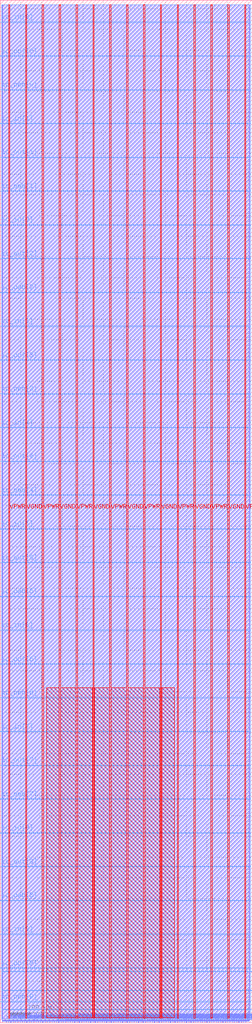
<source format=lef>
VERSION 5.7 ;
  NOWIREEXTENSIONATPIN ON ;
  DIVIDERCHAR "/" ;
  BUSBITCHARS "[]" ;
MACRO caravel_ips
  CLASS BLOCK ;
  FOREIGN caravel_ips ;
  ORIGIN 0.000 0.000 ;
  SIZE 610.000 BY 2470.000 ;
  PIN VGND
    USE GROUND ;
    PORT
      LAYER met4 ;
        RECT 550.640 10.640 553.840 2459.120 ;
    END
    PORT
      LAYER met4 ;
        RECT 469.040 10.640 472.240 2459.120 ;
    END
    PORT
      LAYER met4 ;
        RECT 387.440 10.640 390.640 2459.120 ;
    END
    PORT
      LAYER met4 ;
        RECT 305.840 10.640 309.040 2459.120 ;
    END
    PORT
      LAYER met4 ;
        RECT 224.240 10.640 227.440 2459.120 ;
    END
    PORT
      LAYER met4 ;
        RECT 142.640 10.640 145.840 2459.120 ;
    END
    PORT
      LAYER met4 ;
        RECT 61.040 10.640 64.240 2459.120 ;
    END
  END VGND
  PIN VPWR
    USE POWER ;
    PORT
      LAYER met4 ;
        RECT 591.440 10.640 594.640 2459.120 ;
    END
    PORT
      LAYER met4 ;
        RECT 509.840 10.640 513.040 2459.120 ;
    END
    PORT
      LAYER met4 ;
        RECT 428.240 10.640 431.440 2459.120 ;
    END
    PORT
      LAYER met4 ;
        RECT 346.640 10.640 349.840 2459.120 ;
    END
    PORT
      LAYER met4 ;
        RECT 265.040 10.640 268.240 2459.120 ;
    END
    PORT
      LAYER met4 ;
        RECT 183.440 10.640 186.640 2459.120 ;
    END
    PORT
      LAYER met4 ;
        RECT 101.840 10.640 105.040 2459.120 ;
    END
    PORT
      LAYER met4 ;
        RECT 20.240 10.640 23.440 2459.120 ;
    END
  END VPWR
  PIN io_in[0]
    PORT
      LAYER met3 ;
        RECT 0.000 2416.760 4.000 2417.360 ;
    END
  END io_in[0]
  PIN io_in[1]
    PORT
      LAYER met3 ;
        RECT 0.000 2171.960 4.000 2172.560 ;
    END
  END io_in[1]
  PIN io_in[2]
    PORT
      LAYER met3 ;
        RECT 0.000 1927.160 4.000 1927.760 ;
    END
  END io_in[2]
  PIN io_in[3]
    PORT
      LAYER met3 ;
        RECT 0.000 1682.360 4.000 1682.960 ;
    END
  END io_in[3]
  PIN io_in[4]
    PORT
      LAYER met3 ;
        RECT 0.000 1437.560 4.000 1438.160 ;
    END
  END io_in[4]
  PIN io_in[5]
    PORT
      LAYER met3 ;
        RECT 0.000 1192.760 4.000 1193.360 ;
    END
  END io_in[5]
  PIN io_in[6]
    PORT
      LAYER met3 ;
        RECT 0.000 947.960 4.000 948.560 ;
    END
  END io_in[6]
  PIN io_in[7]
    PORT
      LAYER met3 ;
        RECT 0.000 703.160 4.000 703.760 ;
    END
  END io_in[7]
  PIN io_in[8]
    PORT
      LAYER met3 ;
        RECT 0.000 458.360 4.000 458.960 ;
    END
  END io_in[8]
  PIN io_in[9]
    PORT
      LAYER met3 ;
        RECT 0.000 213.560 4.000 214.160 ;
    END
  END io_in[9]
  PIN io_oeb[0]
    PORT
      LAYER met3 ;
        RECT 0.000 2253.560 4.000 2254.160 ;
    END
  END io_oeb[0]
  PIN io_oeb[1]
    PORT
      LAYER met3 ;
        RECT 0.000 2008.760 4.000 2009.360 ;
    END
  END io_oeb[1]
  PIN io_oeb[2]
    PORT
      LAYER met3 ;
        RECT 0.000 1763.960 4.000 1764.560 ;
    END
  END io_oeb[2]
  PIN io_oeb[3]
    PORT
      LAYER met3 ;
        RECT 0.000 1519.160 4.000 1519.760 ;
    END
  END io_oeb[3]
  PIN io_oeb[4]
    PORT
      LAYER met3 ;
        RECT 0.000 1274.360 4.000 1274.960 ;
    END
  END io_oeb[4]
  PIN io_oeb[5]
    PORT
      LAYER met3 ;
        RECT 0.000 1029.560 4.000 1030.160 ;
    END
  END io_oeb[5]
  PIN io_oeb[6]
    PORT
      LAYER met3 ;
        RECT 0.000 784.760 4.000 785.360 ;
    END
  END io_oeb[6]
  PIN io_oeb[7]
    PORT
      LAYER met3 ;
        RECT 0.000 539.960 4.000 540.560 ;
    END
  END io_oeb[7]
  PIN io_oeb[8]
    PORT
      LAYER met3 ;
        RECT 0.000 295.160 4.000 295.760 ;
    END
  END io_oeb[8]
  PIN io_oeb[9]
    PORT
      LAYER met3 ;
        RECT 0.000 50.360 4.000 50.960 ;
    END
  END io_oeb[9]
  PIN io_out[0]
    PORT
      LAYER met3 ;
        RECT 0.000 2335.160 4.000 2335.760 ;
    END
  END io_out[0]
  PIN io_out[1]
    PORT
      LAYER met3 ;
        RECT 0.000 2090.360 4.000 2090.960 ;
    END
  END io_out[1]
  PIN io_out[2]
    PORT
      LAYER met3 ;
        RECT 0.000 1845.560 4.000 1846.160 ;
    END
  END io_out[2]
  PIN io_out[3]
    PORT
      LAYER met3 ;
        RECT 0.000 1600.760 4.000 1601.360 ;
    END
  END io_out[3]
  PIN io_out[4]
    PORT
      LAYER met3 ;
        RECT 0.000 1355.960 4.000 1356.560 ;
    END
  END io_out[4]
  PIN io_out[5]
    PORT
      LAYER met3 ;
        RECT 0.000 1111.160 4.000 1111.760 ;
    END
  END io_out[5]
  PIN io_out[6]
    PORT
      LAYER met3 ;
        RECT 0.000 866.360 4.000 866.960 ;
    END
  END io_out[6]
  PIN io_out[7]
    PORT
      LAYER met3 ;
        RECT 0.000 621.560 4.000 622.160 ;
    END
  END io_out[7]
  PIN io_out[8]
    PORT
      LAYER met3 ;
        RECT 0.000 376.760 4.000 377.360 ;
    END
  END io_out[8]
  PIN io_out[9]
    PORT
      LAYER met3 ;
        RECT 0.000 131.960 4.000 132.560 ;
    END
  END io_out[9]
  PIN irq[0]
    PORT
      LAYER met3 ;
        RECT 606.000 31.320 610.000 31.920 ;
    END
  END irq[0]
  PIN irq[1]
    PORT
      LAYER met3 ;
        RECT 606.000 77.560 610.000 78.160 ;
    END
  END irq[1]
  PIN irq[2]
    PORT
      LAYER met3 ;
        RECT 606.000 123.800 610.000 124.400 ;
    END
  END irq[2]
  PIN wb_clk_i
    PORT
      LAYER met2 ;
        RECT 14.810 0.000 15.090 4.000 ;
    END
  END wb_clk_i
  PIN wb_rst_i
    PORT
      LAYER met2 ;
        RECT 20.330 0.000 20.610 4.000 ;
    END
  END wb_rst_i
  PIN wbs_ack_o
    PORT
      LAYER met2 ;
        RECT 25.850 0.000 26.130 4.000 ;
    END
  END wbs_ack_o
  PIN wbs_adr_i[0]
    PORT
      LAYER met2 ;
        RECT 47.930 0.000 48.210 4.000 ;
    END
  END wbs_adr_i[0]
  PIN wbs_adr_i[10]
    PORT
      LAYER met2 ;
        RECT 235.610 0.000 235.890 4.000 ;
    END
  END wbs_adr_i[10]
  PIN wbs_adr_i[11]
    PORT
      LAYER met2 ;
        RECT 252.170 0.000 252.450 4.000 ;
    END
  END wbs_adr_i[11]
  PIN wbs_adr_i[12]
    PORT
      LAYER met2 ;
        RECT 268.730 0.000 269.010 4.000 ;
    END
  END wbs_adr_i[12]
  PIN wbs_adr_i[13]
    PORT
      LAYER met2 ;
        RECT 285.290 0.000 285.570 4.000 ;
    END
  END wbs_adr_i[13]
  PIN wbs_adr_i[14]
    PORT
      LAYER met2 ;
        RECT 301.850 0.000 302.130 4.000 ;
    END
  END wbs_adr_i[14]
  PIN wbs_adr_i[15]
    PORT
      LAYER met2 ;
        RECT 318.410 0.000 318.690 4.000 ;
    END
  END wbs_adr_i[15]
  PIN wbs_adr_i[16]
    PORT
      LAYER met2 ;
        RECT 334.970 0.000 335.250 4.000 ;
    END
  END wbs_adr_i[16]
  PIN wbs_adr_i[17]
    PORT
      LAYER met2 ;
        RECT 351.530 0.000 351.810 4.000 ;
    END
  END wbs_adr_i[17]
  PIN wbs_adr_i[18]
    PORT
      LAYER met2 ;
        RECT 368.090 0.000 368.370 4.000 ;
    END
  END wbs_adr_i[18]
  PIN wbs_adr_i[19]
    PORT
      LAYER met2 ;
        RECT 384.650 0.000 384.930 4.000 ;
    END
  END wbs_adr_i[19]
  PIN wbs_adr_i[1]
    PORT
      LAYER met2 ;
        RECT 70.010 0.000 70.290 4.000 ;
    END
  END wbs_adr_i[1]
  PIN wbs_adr_i[20]
    PORT
      LAYER met2 ;
        RECT 401.210 0.000 401.490 4.000 ;
    END
  END wbs_adr_i[20]
  PIN wbs_adr_i[21]
    PORT
      LAYER met2 ;
        RECT 417.770 0.000 418.050 4.000 ;
    END
  END wbs_adr_i[21]
  PIN wbs_adr_i[22]
    PORT
      LAYER met2 ;
        RECT 434.330 0.000 434.610 4.000 ;
    END
  END wbs_adr_i[22]
  PIN wbs_adr_i[23]
    PORT
      LAYER met2 ;
        RECT 450.890 0.000 451.170 4.000 ;
    END
  END wbs_adr_i[23]
  PIN wbs_adr_i[24]
    PORT
      LAYER met2 ;
        RECT 467.450 0.000 467.730 4.000 ;
    END
  END wbs_adr_i[24]
  PIN wbs_adr_i[25]
    PORT
      LAYER met2 ;
        RECT 484.010 0.000 484.290 4.000 ;
    END
  END wbs_adr_i[25]
  PIN wbs_adr_i[26]
    PORT
      LAYER met2 ;
        RECT 500.570 0.000 500.850 4.000 ;
    END
  END wbs_adr_i[26]
  PIN wbs_adr_i[27]
    PORT
      LAYER met2 ;
        RECT 517.130 0.000 517.410 4.000 ;
    END
  END wbs_adr_i[27]
  PIN wbs_adr_i[28]
    PORT
      LAYER met2 ;
        RECT 533.690 0.000 533.970 4.000 ;
    END
  END wbs_adr_i[28]
  PIN wbs_adr_i[29]
    PORT
      LAYER met2 ;
        RECT 550.250 0.000 550.530 4.000 ;
    END
  END wbs_adr_i[29]
  PIN wbs_adr_i[2]
    PORT
      LAYER met2 ;
        RECT 92.090 0.000 92.370 4.000 ;
    END
  END wbs_adr_i[2]
  PIN wbs_adr_i[30]
    PORT
      LAYER met2 ;
        RECT 566.810 0.000 567.090 4.000 ;
    END
  END wbs_adr_i[30]
  PIN wbs_adr_i[31]
    PORT
      LAYER met2 ;
        RECT 583.370 0.000 583.650 4.000 ;
    END
  END wbs_adr_i[31]
  PIN wbs_adr_i[3]
    PORT
      LAYER met2 ;
        RECT 114.170 0.000 114.450 4.000 ;
    END
  END wbs_adr_i[3]
  PIN wbs_adr_i[4]
    PORT
      LAYER met2 ;
        RECT 136.250 0.000 136.530 4.000 ;
    END
  END wbs_adr_i[4]
  PIN wbs_adr_i[5]
    PORT
      LAYER met2 ;
        RECT 152.810 0.000 153.090 4.000 ;
    END
  END wbs_adr_i[5]
  PIN wbs_adr_i[6]
    PORT
      LAYER met2 ;
        RECT 169.370 0.000 169.650 4.000 ;
    END
  END wbs_adr_i[6]
  PIN wbs_adr_i[7]
    PORT
      LAYER met2 ;
        RECT 185.930 0.000 186.210 4.000 ;
    END
  END wbs_adr_i[7]
  PIN wbs_adr_i[8]
    PORT
      LAYER met2 ;
        RECT 202.490 0.000 202.770 4.000 ;
    END
  END wbs_adr_i[8]
  PIN wbs_adr_i[9]
    PORT
      LAYER met2 ;
        RECT 219.050 0.000 219.330 4.000 ;
    END
  END wbs_adr_i[9]
  PIN wbs_cyc_i
    PORT
      LAYER met2 ;
        RECT 31.370 0.000 31.650 4.000 ;
    END
  END wbs_cyc_i
  PIN wbs_dat_i[0]
    PORT
      LAYER met2 ;
        RECT 53.450 0.000 53.730 4.000 ;
    END
  END wbs_dat_i[0]
  PIN wbs_dat_i[10]
    PORT
      LAYER met2 ;
        RECT 241.130 0.000 241.410 4.000 ;
    END
  END wbs_dat_i[10]
  PIN wbs_dat_i[11]
    PORT
      LAYER met2 ;
        RECT 257.690 0.000 257.970 4.000 ;
    END
  END wbs_dat_i[11]
  PIN wbs_dat_i[12]
    PORT
      LAYER met2 ;
        RECT 274.250 0.000 274.530 4.000 ;
    END
  END wbs_dat_i[12]
  PIN wbs_dat_i[13]
    PORT
      LAYER met2 ;
        RECT 290.810 0.000 291.090 4.000 ;
    END
  END wbs_dat_i[13]
  PIN wbs_dat_i[14]
    PORT
      LAYER met2 ;
        RECT 307.370 0.000 307.650 4.000 ;
    END
  END wbs_dat_i[14]
  PIN wbs_dat_i[15]
    PORT
      LAYER met2 ;
        RECT 323.930 0.000 324.210 4.000 ;
    END
  END wbs_dat_i[15]
  PIN wbs_dat_i[16]
    PORT
      LAYER met2 ;
        RECT 340.490 0.000 340.770 4.000 ;
    END
  END wbs_dat_i[16]
  PIN wbs_dat_i[17]
    PORT
      LAYER met2 ;
        RECT 357.050 0.000 357.330 4.000 ;
    END
  END wbs_dat_i[17]
  PIN wbs_dat_i[18]
    PORT
      LAYER met2 ;
        RECT 373.610 0.000 373.890 4.000 ;
    END
  END wbs_dat_i[18]
  PIN wbs_dat_i[19]
    PORT
      LAYER met2 ;
        RECT 390.170 0.000 390.450 4.000 ;
    END
  END wbs_dat_i[19]
  PIN wbs_dat_i[1]
    PORT
      LAYER met2 ;
        RECT 75.530 0.000 75.810 4.000 ;
    END
  END wbs_dat_i[1]
  PIN wbs_dat_i[20]
    PORT
      LAYER met2 ;
        RECT 406.730 0.000 407.010 4.000 ;
    END
  END wbs_dat_i[20]
  PIN wbs_dat_i[21]
    PORT
      LAYER met2 ;
        RECT 423.290 0.000 423.570 4.000 ;
    END
  END wbs_dat_i[21]
  PIN wbs_dat_i[22]
    PORT
      LAYER met2 ;
        RECT 439.850 0.000 440.130 4.000 ;
    END
  END wbs_dat_i[22]
  PIN wbs_dat_i[23]
    PORT
      LAYER met2 ;
        RECT 456.410 0.000 456.690 4.000 ;
    END
  END wbs_dat_i[23]
  PIN wbs_dat_i[24]
    PORT
      LAYER met2 ;
        RECT 472.970 0.000 473.250 4.000 ;
    END
  END wbs_dat_i[24]
  PIN wbs_dat_i[25]
    PORT
      LAYER met2 ;
        RECT 489.530 0.000 489.810 4.000 ;
    END
  END wbs_dat_i[25]
  PIN wbs_dat_i[26]
    PORT
      LAYER met2 ;
        RECT 506.090 0.000 506.370 4.000 ;
    END
  END wbs_dat_i[26]
  PIN wbs_dat_i[27]
    PORT
      LAYER met2 ;
        RECT 522.650 0.000 522.930 4.000 ;
    END
  END wbs_dat_i[27]
  PIN wbs_dat_i[28]
    PORT
      LAYER met2 ;
        RECT 539.210 0.000 539.490 4.000 ;
    END
  END wbs_dat_i[28]
  PIN wbs_dat_i[29]
    PORT
      LAYER met2 ;
        RECT 555.770 0.000 556.050 4.000 ;
    END
  END wbs_dat_i[29]
  PIN wbs_dat_i[2]
    PORT
      LAYER met2 ;
        RECT 97.610 0.000 97.890 4.000 ;
    END
  END wbs_dat_i[2]
  PIN wbs_dat_i[30]
    PORT
      LAYER met2 ;
        RECT 572.330 0.000 572.610 4.000 ;
    END
  END wbs_dat_i[30]
  PIN wbs_dat_i[31]
    PORT
      LAYER met2 ;
        RECT 588.890 0.000 589.170 4.000 ;
    END
  END wbs_dat_i[31]
  PIN wbs_dat_i[3]
    PORT
      LAYER met2 ;
        RECT 119.690 0.000 119.970 4.000 ;
    END
  END wbs_dat_i[3]
  PIN wbs_dat_i[4]
    PORT
      LAYER met2 ;
        RECT 141.770 0.000 142.050 4.000 ;
    END
  END wbs_dat_i[4]
  PIN wbs_dat_i[5]
    PORT
      LAYER met2 ;
        RECT 158.330 0.000 158.610 4.000 ;
    END
  END wbs_dat_i[5]
  PIN wbs_dat_i[6]
    PORT
      LAYER met2 ;
        RECT 174.890 0.000 175.170 4.000 ;
    END
  END wbs_dat_i[6]
  PIN wbs_dat_i[7]
    PORT
      LAYER met2 ;
        RECT 191.450 0.000 191.730 4.000 ;
    END
  END wbs_dat_i[7]
  PIN wbs_dat_i[8]
    PORT
      LAYER met2 ;
        RECT 208.010 0.000 208.290 4.000 ;
    END
  END wbs_dat_i[8]
  PIN wbs_dat_i[9]
    PORT
      LAYER met2 ;
        RECT 224.570 0.000 224.850 4.000 ;
    END
  END wbs_dat_i[9]
  PIN wbs_dat_o[0]
    PORT
      LAYER met2 ;
        RECT 58.970 0.000 59.250 4.000 ;
    END
  END wbs_dat_o[0]
  PIN wbs_dat_o[10]
    PORT
      LAYER met2 ;
        RECT 246.650 0.000 246.930 4.000 ;
    END
  END wbs_dat_o[10]
  PIN wbs_dat_o[11]
    PORT
      LAYER met2 ;
        RECT 263.210 0.000 263.490 4.000 ;
    END
  END wbs_dat_o[11]
  PIN wbs_dat_o[12]
    PORT
      LAYER met2 ;
        RECT 279.770 0.000 280.050 4.000 ;
    END
  END wbs_dat_o[12]
  PIN wbs_dat_o[13]
    PORT
      LAYER met2 ;
        RECT 296.330 0.000 296.610 4.000 ;
    END
  END wbs_dat_o[13]
  PIN wbs_dat_o[14]
    PORT
      LAYER met2 ;
        RECT 312.890 0.000 313.170 4.000 ;
    END
  END wbs_dat_o[14]
  PIN wbs_dat_o[15]
    PORT
      LAYER met2 ;
        RECT 329.450 0.000 329.730 4.000 ;
    END
  END wbs_dat_o[15]
  PIN wbs_dat_o[16]
    PORT
      LAYER met2 ;
        RECT 346.010 0.000 346.290 4.000 ;
    END
  END wbs_dat_o[16]
  PIN wbs_dat_o[17]
    PORT
      LAYER met2 ;
        RECT 362.570 0.000 362.850 4.000 ;
    END
  END wbs_dat_o[17]
  PIN wbs_dat_o[18]
    PORT
      LAYER met2 ;
        RECT 379.130 0.000 379.410 4.000 ;
    END
  END wbs_dat_o[18]
  PIN wbs_dat_o[19]
    PORT
      LAYER met2 ;
        RECT 395.690 0.000 395.970 4.000 ;
    END
  END wbs_dat_o[19]
  PIN wbs_dat_o[1]
    PORT
      LAYER met2 ;
        RECT 81.050 0.000 81.330 4.000 ;
    END
  END wbs_dat_o[1]
  PIN wbs_dat_o[20]
    PORT
      LAYER met2 ;
        RECT 412.250 0.000 412.530 4.000 ;
    END
  END wbs_dat_o[20]
  PIN wbs_dat_o[21]
    PORT
      LAYER met2 ;
        RECT 428.810 0.000 429.090 4.000 ;
    END
  END wbs_dat_o[21]
  PIN wbs_dat_o[22]
    PORT
      LAYER met2 ;
        RECT 445.370 0.000 445.650 4.000 ;
    END
  END wbs_dat_o[22]
  PIN wbs_dat_o[23]
    PORT
      LAYER met2 ;
        RECT 461.930 0.000 462.210 4.000 ;
    END
  END wbs_dat_o[23]
  PIN wbs_dat_o[24]
    PORT
      LAYER met2 ;
        RECT 478.490 0.000 478.770 4.000 ;
    END
  END wbs_dat_o[24]
  PIN wbs_dat_o[25]
    PORT
      LAYER met2 ;
        RECT 495.050 0.000 495.330 4.000 ;
    END
  END wbs_dat_o[25]
  PIN wbs_dat_o[26]
    PORT
      LAYER met2 ;
        RECT 511.610 0.000 511.890 4.000 ;
    END
  END wbs_dat_o[26]
  PIN wbs_dat_o[27]
    PORT
      LAYER met2 ;
        RECT 528.170 0.000 528.450 4.000 ;
    END
  END wbs_dat_o[27]
  PIN wbs_dat_o[28]
    PORT
      LAYER met2 ;
        RECT 544.730 0.000 545.010 4.000 ;
    END
  END wbs_dat_o[28]
  PIN wbs_dat_o[29]
    PORT
      LAYER met2 ;
        RECT 561.290 0.000 561.570 4.000 ;
    END
  END wbs_dat_o[29]
  PIN wbs_dat_o[2]
    PORT
      LAYER met2 ;
        RECT 103.130 0.000 103.410 4.000 ;
    END
  END wbs_dat_o[2]
  PIN wbs_dat_o[30]
    PORT
      LAYER met2 ;
        RECT 577.850 0.000 578.130 4.000 ;
    END
  END wbs_dat_o[30]
  PIN wbs_dat_o[31]
    PORT
      LAYER met2 ;
        RECT 594.410 0.000 594.690 4.000 ;
    END
  END wbs_dat_o[31]
  PIN wbs_dat_o[3]
    PORT
      LAYER met2 ;
        RECT 125.210 0.000 125.490 4.000 ;
    END
  END wbs_dat_o[3]
  PIN wbs_dat_o[4]
    PORT
      LAYER met2 ;
        RECT 147.290 0.000 147.570 4.000 ;
    END
  END wbs_dat_o[4]
  PIN wbs_dat_o[5]
    PORT
      LAYER met2 ;
        RECT 163.850 0.000 164.130 4.000 ;
    END
  END wbs_dat_o[5]
  PIN wbs_dat_o[6]
    PORT
      LAYER met2 ;
        RECT 180.410 0.000 180.690 4.000 ;
    END
  END wbs_dat_o[6]
  PIN wbs_dat_o[7]
    PORT
      LAYER met2 ;
        RECT 196.970 0.000 197.250 4.000 ;
    END
  END wbs_dat_o[7]
  PIN wbs_dat_o[8]
    PORT
      LAYER met2 ;
        RECT 213.530 0.000 213.810 4.000 ;
    END
  END wbs_dat_o[8]
  PIN wbs_dat_o[9]
    PORT
      LAYER met2 ;
        RECT 230.090 0.000 230.370 4.000 ;
    END
  END wbs_dat_o[9]
  PIN wbs_sel_i[0]
    PORT
      LAYER met2 ;
        RECT 64.490 0.000 64.770 4.000 ;
    END
  END wbs_sel_i[0]
  PIN wbs_sel_i[1]
    PORT
      LAYER met2 ;
        RECT 86.570 0.000 86.850 4.000 ;
    END
  END wbs_sel_i[1]
  PIN wbs_sel_i[2]
    PORT
      LAYER met2 ;
        RECT 108.650 0.000 108.930 4.000 ;
    END
  END wbs_sel_i[2]
  PIN wbs_sel_i[3]
    PORT
      LAYER met2 ;
        RECT 130.730 0.000 131.010 4.000 ;
    END
  END wbs_sel_i[3]
  PIN wbs_stb_i
    PORT
      LAYER met2 ;
        RECT 36.890 0.000 37.170 4.000 ;
    END
  END wbs_stb_i
  PIN wbs_we_i
    PORT
      LAYER met2 ;
        RECT 42.410 0.000 42.690 4.000 ;
    END
  END wbs_we_i
  OBS
      LAYER li1 ;
        RECT 5.520 10.795 604.440 2458.965 ;
      LAYER met1 ;
        RECT 4.670 5.820 604.440 2459.120 ;
      LAYER met2 ;
        RECT 4.690 4.280 602.970 2459.065 ;
        RECT 4.690 3.670 14.530 4.280 ;
        RECT 15.370 3.670 20.050 4.280 ;
        RECT 20.890 3.670 25.570 4.280 ;
        RECT 26.410 3.670 31.090 4.280 ;
        RECT 31.930 3.670 36.610 4.280 ;
        RECT 37.450 3.670 42.130 4.280 ;
        RECT 42.970 3.670 47.650 4.280 ;
        RECT 48.490 3.670 53.170 4.280 ;
        RECT 54.010 3.670 58.690 4.280 ;
        RECT 59.530 3.670 64.210 4.280 ;
        RECT 65.050 3.670 69.730 4.280 ;
        RECT 70.570 3.670 75.250 4.280 ;
        RECT 76.090 3.670 80.770 4.280 ;
        RECT 81.610 3.670 86.290 4.280 ;
        RECT 87.130 3.670 91.810 4.280 ;
        RECT 92.650 3.670 97.330 4.280 ;
        RECT 98.170 3.670 102.850 4.280 ;
        RECT 103.690 3.670 108.370 4.280 ;
        RECT 109.210 3.670 113.890 4.280 ;
        RECT 114.730 3.670 119.410 4.280 ;
        RECT 120.250 3.670 124.930 4.280 ;
        RECT 125.770 3.670 130.450 4.280 ;
        RECT 131.290 3.670 135.970 4.280 ;
        RECT 136.810 3.670 141.490 4.280 ;
        RECT 142.330 3.670 147.010 4.280 ;
        RECT 147.850 3.670 152.530 4.280 ;
        RECT 153.370 3.670 158.050 4.280 ;
        RECT 158.890 3.670 163.570 4.280 ;
        RECT 164.410 3.670 169.090 4.280 ;
        RECT 169.930 3.670 174.610 4.280 ;
        RECT 175.450 3.670 180.130 4.280 ;
        RECT 180.970 3.670 185.650 4.280 ;
        RECT 186.490 3.670 191.170 4.280 ;
        RECT 192.010 3.670 196.690 4.280 ;
        RECT 197.530 3.670 202.210 4.280 ;
        RECT 203.050 3.670 207.730 4.280 ;
        RECT 208.570 3.670 213.250 4.280 ;
        RECT 214.090 3.670 218.770 4.280 ;
        RECT 219.610 3.670 224.290 4.280 ;
        RECT 225.130 3.670 229.810 4.280 ;
        RECT 230.650 3.670 235.330 4.280 ;
        RECT 236.170 3.670 240.850 4.280 ;
        RECT 241.690 3.670 246.370 4.280 ;
        RECT 247.210 3.670 251.890 4.280 ;
        RECT 252.730 3.670 257.410 4.280 ;
        RECT 258.250 3.670 262.930 4.280 ;
        RECT 263.770 3.670 268.450 4.280 ;
        RECT 269.290 3.670 273.970 4.280 ;
        RECT 274.810 3.670 279.490 4.280 ;
        RECT 280.330 3.670 285.010 4.280 ;
        RECT 285.850 3.670 290.530 4.280 ;
        RECT 291.370 3.670 296.050 4.280 ;
        RECT 296.890 3.670 301.570 4.280 ;
        RECT 302.410 3.670 307.090 4.280 ;
        RECT 307.930 3.670 312.610 4.280 ;
        RECT 313.450 3.670 318.130 4.280 ;
        RECT 318.970 3.670 323.650 4.280 ;
        RECT 324.490 3.670 329.170 4.280 ;
        RECT 330.010 3.670 334.690 4.280 ;
        RECT 335.530 3.670 340.210 4.280 ;
        RECT 341.050 3.670 345.730 4.280 ;
        RECT 346.570 3.670 351.250 4.280 ;
        RECT 352.090 3.670 356.770 4.280 ;
        RECT 357.610 3.670 362.290 4.280 ;
        RECT 363.130 3.670 367.810 4.280 ;
        RECT 368.650 3.670 373.330 4.280 ;
        RECT 374.170 3.670 378.850 4.280 ;
        RECT 379.690 3.670 384.370 4.280 ;
        RECT 385.210 3.670 389.890 4.280 ;
        RECT 390.730 3.670 395.410 4.280 ;
        RECT 396.250 3.670 400.930 4.280 ;
        RECT 401.770 3.670 406.450 4.280 ;
        RECT 407.290 3.670 411.970 4.280 ;
        RECT 412.810 3.670 417.490 4.280 ;
        RECT 418.330 3.670 423.010 4.280 ;
        RECT 423.850 3.670 428.530 4.280 ;
        RECT 429.370 3.670 434.050 4.280 ;
        RECT 434.890 3.670 439.570 4.280 ;
        RECT 440.410 3.670 445.090 4.280 ;
        RECT 445.930 3.670 450.610 4.280 ;
        RECT 451.450 3.670 456.130 4.280 ;
        RECT 456.970 3.670 461.650 4.280 ;
        RECT 462.490 3.670 467.170 4.280 ;
        RECT 468.010 3.670 472.690 4.280 ;
        RECT 473.530 3.670 478.210 4.280 ;
        RECT 479.050 3.670 483.730 4.280 ;
        RECT 484.570 3.670 489.250 4.280 ;
        RECT 490.090 3.670 494.770 4.280 ;
        RECT 495.610 3.670 500.290 4.280 ;
        RECT 501.130 3.670 505.810 4.280 ;
        RECT 506.650 3.670 511.330 4.280 ;
        RECT 512.170 3.670 516.850 4.280 ;
        RECT 517.690 3.670 522.370 4.280 ;
        RECT 523.210 3.670 527.890 4.280 ;
        RECT 528.730 3.670 533.410 4.280 ;
        RECT 534.250 3.670 538.930 4.280 ;
        RECT 539.770 3.670 544.450 4.280 ;
        RECT 545.290 3.670 549.970 4.280 ;
        RECT 550.810 3.670 555.490 4.280 ;
        RECT 556.330 3.670 561.010 4.280 ;
        RECT 561.850 3.670 566.530 4.280 ;
        RECT 567.370 3.670 572.050 4.280 ;
        RECT 572.890 3.670 577.570 4.280 ;
        RECT 578.410 3.670 583.090 4.280 ;
        RECT 583.930 3.670 588.610 4.280 ;
        RECT 589.450 3.670 594.130 4.280 ;
        RECT 594.970 3.670 602.970 4.280 ;
      LAYER met3 ;
        RECT 4.000 2417.760 606.000 2459.045 ;
        RECT 4.400 2416.360 606.000 2417.760 ;
        RECT 4.000 2336.160 606.000 2416.360 ;
        RECT 4.400 2334.760 606.000 2336.160 ;
        RECT 4.000 2254.560 606.000 2334.760 ;
        RECT 4.400 2253.160 606.000 2254.560 ;
        RECT 4.000 2172.960 606.000 2253.160 ;
        RECT 4.400 2171.560 606.000 2172.960 ;
        RECT 4.000 2091.360 606.000 2171.560 ;
        RECT 4.400 2089.960 606.000 2091.360 ;
        RECT 4.000 2009.760 606.000 2089.960 ;
        RECT 4.400 2008.360 606.000 2009.760 ;
        RECT 4.000 1928.160 606.000 2008.360 ;
        RECT 4.400 1926.760 606.000 1928.160 ;
        RECT 4.000 1846.560 606.000 1926.760 ;
        RECT 4.400 1845.160 606.000 1846.560 ;
        RECT 4.000 1764.960 606.000 1845.160 ;
        RECT 4.400 1763.560 606.000 1764.960 ;
        RECT 4.000 1683.360 606.000 1763.560 ;
        RECT 4.400 1681.960 606.000 1683.360 ;
        RECT 4.000 1601.760 606.000 1681.960 ;
        RECT 4.400 1600.360 606.000 1601.760 ;
        RECT 4.000 1520.160 606.000 1600.360 ;
        RECT 4.400 1518.760 606.000 1520.160 ;
        RECT 4.000 1438.560 606.000 1518.760 ;
        RECT 4.400 1437.160 606.000 1438.560 ;
        RECT 4.000 1356.960 606.000 1437.160 ;
        RECT 4.400 1355.560 606.000 1356.960 ;
        RECT 4.000 1275.360 606.000 1355.560 ;
        RECT 4.400 1273.960 606.000 1275.360 ;
        RECT 4.000 1193.760 606.000 1273.960 ;
        RECT 4.400 1192.360 606.000 1193.760 ;
        RECT 4.000 1112.160 606.000 1192.360 ;
        RECT 4.400 1110.760 606.000 1112.160 ;
        RECT 4.000 1030.560 606.000 1110.760 ;
        RECT 4.400 1029.160 606.000 1030.560 ;
        RECT 4.000 948.960 606.000 1029.160 ;
        RECT 4.400 947.560 606.000 948.960 ;
        RECT 4.000 867.360 606.000 947.560 ;
        RECT 4.400 865.960 606.000 867.360 ;
        RECT 4.000 785.760 606.000 865.960 ;
        RECT 4.400 784.360 606.000 785.760 ;
        RECT 4.000 704.160 606.000 784.360 ;
        RECT 4.400 702.760 606.000 704.160 ;
        RECT 4.000 622.560 606.000 702.760 ;
        RECT 4.400 621.160 606.000 622.560 ;
        RECT 4.000 540.960 606.000 621.160 ;
        RECT 4.400 539.560 606.000 540.960 ;
        RECT 4.000 459.360 606.000 539.560 ;
        RECT 4.400 457.960 606.000 459.360 ;
        RECT 4.000 377.760 606.000 457.960 ;
        RECT 4.400 376.360 606.000 377.760 ;
        RECT 4.000 296.160 606.000 376.360 ;
        RECT 4.400 294.760 606.000 296.160 ;
        RECT 4.000 214.560 606.000 294.760 ;
        RECT 4.400 213.160 606.000 214.560 ;
        RECT 4.000 132.960 606.000 213.160 ;
        RECT 4.400 131.560 606.000 132.960 ;
        RECT 4.000 124.800 606.000 131.560 ;
        RECT 4.000 123.400 605.600 124.800 ;
        RECT 4.000 78.560 606.000 123.400 ;
        RECT 4.000 77.160 605.600 78.560 ;
        RECT 4.000 51.360 606.000 77.160 ;
        RECT 4.400 49.960 606.000 51.360 ;
        RECT 4.000 32.320 606.000 49.960 ;
        RECT 4.000 30.920 605.600 32.320 ;
        RECT 4.000 9.015 606.000 30.920 ;
      LAYER met4 ;
        RECT 112.535 11.735 142.240 809.705 ;
        RECT 146.240 11.735 183.040 809.705 ;
        RECT 187.040 11.735 223.840 809.705 ;
        RECT 227.840 11.735 264.640 809.705 ;
        RECT 268.640 11.735 305.440 809.705 ;
        RECT 309.440 11.735 346.240 809.705 ;
        RECT 350.240 11.735 387.040 809.705 ;
        RECT 391.040 11.735 421.985 809.705 ;
  END
END caravel_ips
END LIBRARY


</source>
